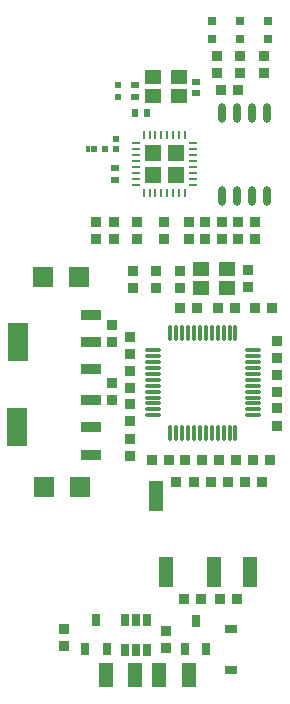
<source format=gtp>
G04*
G04 #@! TF.GenerationSoftware,Altium Limited,Altium Designer,20.0.2 (26)*
G04*
G04 Layer_Color=8421504*
%FSLAX25Y25*%
%MOIN*%
G70*
G01*
G75*
%ADD18R,0.05512X0.05512*%
%ADD19R,0.05512X0.05512*%
%ADD20R,0.02756X0.03937*%
%ADD21O,0.03150X0.00984*%
%ADD22O,0.00984X0.03150*%
%ADD23R,0.02559X0.03937*%
%ADD24R,0.01354X0.02000*%
%ADD25R,0.03740X0.03740*%
%ADD26R,0.03937X0.03150*%
%ADD27R,0.03740X0.03740*%
%ADD28R,0.02047X0.02047*%
%ADD29R,0.02047X0.02047*%
%ADD30O,0.02362X0.06693*%
%ADD31R,0.04724X0.07874*%
%ADD32R,0.06890X0.12598*%
%ADD33R,0.06890X0.03543*%
%ADD34R,0.03150X0.03150*%
%ADD35R,0.06693X0.07087*%
%ADD36O,0.05709X0.01378*%
%ADD37O,0.01378X0.05709*%
%ADD38R,0.05512X0.04528*%
%ADD39R,0.02362X0.02362*%
%ADD40R,0.02362X0.02756*%
%ADD41R,0.02756X0.02362*%
%ADD42R,0.04724X0.09843*%
D18*
X258760Y511319D02*
D03*
D19*
X266240Y511319D02*
D03*
Y518799D02*
D03*
X258760Y518799D02*
D03*
D20*
X256791Y362992D02*
D03*
X253051D02*
D03*
X249311D02*
D03*
Y353150D02*
D03*
X253051D02*
D03*
X256791D02*
D03*
D21*
X252953Y508169D02*
D03*
Y521949D02*
D03*
Y519980D02*
D03*
Y518012D02*
D03*
Y516043D02*
D03*
Y514075D02*
D03*
Y512106D02*
D03*
Y510138D02*
D03*
X272047Y508169D02*
D03*
Y510138D02*
D03*
Y512106D02*
D03*
Y514075D02*
D03*
Y516043D02*
D03*
Y518012D02*
D03*
Y519980D02*
D03*
Y521949D02*
D03*
D22*
X255610Y505512D02*
D03*
X257579D02*
D03*
X259547D02*
D03*
X261516D02*
D03*
X263484D02*
D03*
X265453D02*
D03*
X267421D02*
D03*
X269390D02*
D03*
Y524606D02*
D03*
X267421D02*
D03*
X265453D02*
D03*
X263484D02*
D03*
X261516D02*
D03*
X259547D02*
D03*
X257579D02*
D03*
X255610D02*
D03*
D23*
X236221Y353445D02*
D03*
X243307D02*
D03*
X239764Y362894D02*
D03*
X272933Y362795D02*
D03*
X276476Y353346D02*
D03*
X269390D02*
D03*
D24*
X237205Y519980D02*
D03*
D25*
X287008Y539665D02*
D03*
X281299D02*
D03*
X291929Y416535D02*
D03*
X297638D02*
D03*
X286319D02*
D03*
X280610D02*
D03*
X258366D02*
D03*
X264075D02*
D03*
X267717Y466929D02*
D03*
X273425D02*
D03*
X269488Y416535D02*
D03*
X275197D02*
D03*
X298425Y467126D02*
D03*
X292717D02*
D03*
X274803Y370079D02*
D03*
X269094D02*
D03*
X289469Y408957D02*
D03*
X295177D02*
D03*
X272244D02*
D03*
X266535D02*
D03*
X280413Y467126D02*
D03*
X286122D02*
D03*
X286811Y370079D02*
D03*
X281102D02*
D03*
X277953Y408957D02*
D03*
X283661D02*
D03*
D26*
X284646Y359921D02*
D03*
Y346378D02*
D03*
D27*
X267717Y473622D02*
D03*
Y479331D02*
D03*
X290256Y479626D02*
D03*
Y473917D02*
D03*
X300197Y456201D02*
D03*
Y450492D02*
D03*
X250984Y446161D02*
D03*
Y440453D02*
D03*
Y451575D02*
D03*
Y457283D02*
D03*
X300197Y427854D02*
D03*
Y433563D02*
D03*
Y439173D02*
D03*
Y444882D02*
D03*
X245079Y442028D02*
D03*
Y436319D02*
D03*
X250984Y429331D02*
D03*
Y435039D02*
D03*
X245079Y455807D02*
D03*
Y461516D02*
D03*
X253445Y490059D02*
D03*
Y495768D02*
D03*
X292618Y489961D02*
D03*
Y495669D02*
D03*
X287894Y545472D02*
D03*
Y551181D02*
D03*
X250984Y417618D02*
D03*
Y423327D02*
D03*
X259646Y473721D02*
D03*
Y479429D02*
D03*
X279921Y545472D02*
D03*
Y551181D02*
D03*
X276181Y489961D02*
D03*
Y495669D02*
D03*
X251969Y479331D02*
D03*
Y473622D02*
D03*
X281594Y489961D02*
D03*
Y495669D02*
D03*
X295669Y551181D02*
D03*
Y545472D02*
D03*
X245571Y490059D02*
D03*
Y495768D02*
D03*
X262303Y489961D02*
D03*
Y495669D02*
D03*
X287106D02*
D03*
Y489961D02*
D03*
X239862Y490059D02*
D03*
Y495768D02*
D03*
X270571Y489961D02*
D03*
Y495669D02*
D03*
X228937Y359941D02*
D03*
Y354232D02*
D03*
X262992Y353839D02*
D03*
Y359547D02*
D03*
D28*
X246555Y519980D02*
D03*
Y523524D02*
D03*
D29*
X242618Y519980D02*
D03*
X239075D02*
D03*
D30*
X281673Y504232D02*
D03*
X286673D02*
D03*
X291673D02*
D03*
X296673D02*
D03*
X281673Y532185D02*
D03*
X286673D02*
D03*
X291673D02*
D03*
X296673D02*
D03*
D31*
X270571Y344587D02*
D03*
X260728D02*
D03*
X252854D02*
D03*
X243012D02*
D03*
D32*
X213484Y427264D02*
D03*
X213583Y455807D02*
D03*
D33*
X238090Y436319D02*
D03*
Y427264D02*
D03*
Y418209D02*
D03*
X238189Y464862D02*
D03*
Y455807D02*
D03*
Y446752D02*
D03*
D34*
X297146Y562598D02*
D03*
Y556693D02*
D03*
X287894D02*
D03*
Y562598D02*
D03*
X278445Y562697D02*
D03*
Y556791D02*
D03*
D35*
X234449Y407283D02*
D03*
X222441D02*
D03*
X234055Y477264D02*
D03*
X222047D02*
D03*
D36*
X292028Y431299D02*
D03*
Y433268D02*
D03*
Y435236D02*
D03*
Y437205D02*
D03*
Y439173D02*
D03*
Y441142D02*
D03*
Y443110D02*
D03*
Y445079D02*
D03*
Y447047D02*
D03*
Y449016D02*
D03*
Y450984D02*
D03*
Y452953D02*
D03*
X258760D02*
D03*
Y450984D02*
D03*
Y449016D02*
D03*
Y447047D02*
D03*
Y445079D02*
D03*
Y443110D02*
D03*
Y441142D02*
D03*
Y439173D02*
D03*
Y437205D02*
D03*
Y435236D02*
D03*
Y433268D02*
D03*
Y431299D02*
D03*
D37*
X286221Y458760D02*
D03*
X284252D02*
D03*
X282283D02*
D03*
X280315D02*
D03*
X278346D02*
D03*
X276378D02*
D03*
X274410D02*
D03*
X272441D02*
D03*
X270472D02*
D03*
X268504D02*
D03*
X266535D02*
D03*
X264567D02*
D03*
Y425492D02*
D03*
X266535D02*
D03*
X268504D02*
D03*
X270472D02*
D03*
X272441D02*
D03*
X274410D02*
D03*
X276378D02*
D03*
X278346D02*
D03*
X280315D02*
D03*
X282283D02*
D03*
X284252D02*
D03*
X286221D02*
D03*
D38*
X258760Y537598D02*
D03*
Y543898D02*
D03*
X267421Y537598D02*
D03*
Y543898D02*
D03*
X283465Y480020D02*
D03*
Y473721D02*
D03*
X274803Y480020D02*
D03*
Y473721D02*
D03*
D39*
X246949Y537303D02*
D03*
Y541240D02*
D03*
D40*
X256693Y532185D02*
D03*
X252756D02*
D03*
D41*
X245965Y509842D02*
D03*
Y513779D02*
D03*
X273228Y538583D02*
D03*
Y542520D02*
D03*
X252658Y537303D02*
D03*
Y541240D02*
D03*
D42*
X291142Y378937D02*
D03*
X278937D02*
D03*
X263189D02*
D03*
X259646Y404528D02*
D03*
M02*

</source>
